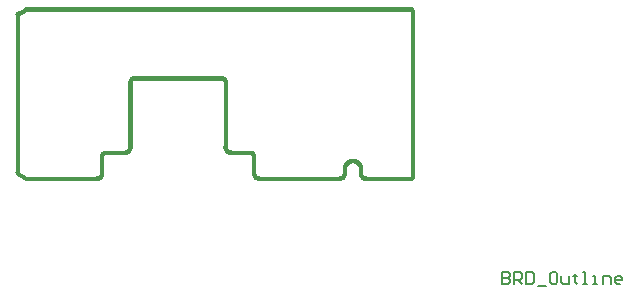
<source format=gbr>
G04 Layer_Color=7250688*
%FSLAX45Y45*%
%MOMM*%
%TF.FileFunction,Other,BRD_Outline*%
%TF.Part,Single*%
%TFFileComment,The blind Vias under BGA and Other Pads are Via-In-Pad (VIP)*%
G01*
G75*
%TA.AperFunction,NonConductor*%
%ADD39C,0.15000*%
%ADD145C,0.25400*%
D39*
X3599430Y-2022042D02*
Y-2122009D01*
X3649414D01*
X3666075Y-2105348D01*
Y-2088687D01*
X3649414Y-2072026D01*
X3599430D01*
X3649414D01*
X3666075Y-2055364D01*
Y-2038703D01*
X3649414Y-2022042D01*
X3599430D01*
X3699398Y-2122009D02*
Y-2022042D01*
X3749382D01*
X3766043Y-2038703D01*
Y-2072026D01*
X3749382Y-2088687D01*
X3699398D01*
X3732721D02*
X3766043Y-2122009D01*
X3799366Y-2022042D02*
Y-2122009D01*
X3849350D01*
X3866011Y-2105348D01*
Y-2038703D01*
X3849350Y-2022042D01*
X3799366D01*
X3899334Y-2138671D02*
X3965979D01*
X4049286Y-2022042D02*
X4015963D01*
X3999302Y-2038703D01*
Y-2105348D01*
X4015963Y-2122009D01*
X4049286D01*
X4065947Y-2105348D01*
Y-2038703D01*
X4049286Y-2022042D01*
X4099269Y-2055364D02*
Y-2105348D01*
X4115931Y-2122009D01*
X4165914D01*
Y-2055364D01*
X4215899Y-2038703D02*
Y-2055364D01*
X4199237D01*
X4232560D01*
X4215899D01*
Y-2105348D01*
X4232560Y-2122009D01*
X4282544D02*
X4315866D01*
X4299205D01*
Y-2022042D01*
X4282544D01*
X4365850Y-2122009D02*
X4399173D01*
X4382511D01*
Y-2055364D01*
X4365850D01*
X4449156Y-2122009D02*
Y-2055364D01*
X4499140D01*
X4515801Y-2072026D01*
Y-2122009D01*
X4599108D02*
X4565786D01*
X4549124Y-2105348D01*
Y-2072026D01*
X4565786Y-2055364D01*
X4599108D01*
X4615769Y-2072026D01*
Y-2088687D01*
X4549124D01*
D145*
X-436352Y-1231001D02*
G03*
X-430001Y-1232703I6352J11000D01*
G01*
X160000D02*
G03*
X161423Y-1232623I0J12703D01*
G01*
X-436391Y-1230979D02*
G03*
X-430001Y-1232703I6390J10978D01*
G01*
X160000D02*
G03*
X161423Y-1232623I0J12703D01*
G01*
X170324Y-1231619D02*
G03*
X173095Y-1230987I-1424J12623D01*
G01*
X170324Y-1231619D02*
G03*
X173095Y-1230987I-1424J12623D01*
G01*
X181550Y-1228028D02*
G03*
X184113Y-1226794I-4195J11990D01*
G01*
X191697Y-1222029D02*
G03*
X193920Y-1220255I-6758J10756D01*
G01*
X181550Y-1228028D02*
G03*
X184113Y-1226794I-4195J11990D01*
G01*
X191697Y-1222029D02*
G03*
X193964Y-1220212I-6758J10756D01*
G01*
X200254Y-1213921D02*
G03*
X202048Y-1211666I-8982J8982D01*
G01*
X200211Y-1213965D02*
G03*
X202028Y-1211697I-8939J9025D01*
G01*
X206774Y-1204144D02*
G03*
X208028Y-1201550I-10736J6790D01*
G01*
X206794Y-1204112D02*
G03*
X208041Y-1201510I-10756J6758D01*
G01*
X210972Y-1193137D02*
G03*
X211620Y-1190323I-11975J4236D01*
G01*
X210986Y-1193097D02*
G03*
X211620Y-1190323I-11989J4196D01*
G01*
X-512704Y-1179584D02*
G03*
X-506314Y-1190607I12703J0D01*
G01*
X-512704Y-1179584D02*
G03*
X-506353Y-1190585I12703J0D01*
G01*
X212622Y-1181421D02*
G03*
X212702Y-1179999I-12623J1422D01*
G01*
X212622Y-1181421D02*
G03*
X212702Y-1179999I-12623J1422D01*
G01*
X399999Y-1012703D02*
G03*
X401423Y-1012623I0J12703D01*
G01*
X399999Y-1012703D02*
G03*
X401411Y-1012624I0J12703D01*
G01*
D02*
G03*
X401435Y-1012621I-1411J12624D01*
G01*
X410324Y-1011619D02*
G03*
X413096Y-1010986I-1423J12623D01*
G01*
X1298564Y-1012621D02*
G03*
X1298588Y-1012624I1435J12621D01*
G01*
D02*
G03*
X1299999Y-1012703I1411J12624D01*
G01*
X1286902Y-1010986D02*
G03*
X1289663Y-1011617I4196J11990D01*
G01*
D02*
G03*
X1289687Y-1011620I1435J12621D01*
G01*
X421550Y-1008027D02*
G03*
X424112Y-1006794I-4196J11990D01*
G01*
X431697Y-1002028D02*
G03*
X433964Y-1000211I-6758J10756D01*
G01*
X1275886Y-1006794D02*
G03*
X1278448Y-1008027I6758J10756D01*
G01*
X1266078Y-1000255D02*
G03*
X1268302Y-1002028I8982J8982D01*
G01*
X410312Y-1011620D02*
G03*
X410336Y-1011617I-1411J12624D01*
G01*
D02*
G03*
X413096Y-1010986I-1435J12621D01*
G01*
X421550Y-1008027D02*
G03*
X424112Y-1006794I-4196J11990D01*
G01*
X431697Y-1002028D02*
G03*
X433921Y-1000255I-6758J10756D01*
G01*
X440255Y-993921D02*
G03*
X442028Y-991697I-8982J8982D01*
G01*
X440211Y-993964D02*
G03*
X442028Y-991697I-8939J9025D01*
G01*
X1257970D02*
G03*
X1259744Y-993921I10756J6758D01*
G01*
X1257970Y-991697D02*
G03*
X1259787Y-993964I10756J6758D01*
G01*
X1286902Y-1010986D02*
G03*
X1289675Y-1011619I4196J11990D01*
G01*
X1266035Y-1000211D02*
G03*
X1268302Y-1002028I9025J8939D01*
G01*
X1275886Y-1006794D02*
G03*
X1278448Y-1008027I6758J10756D01*
G01*
X446793Y-984114D02*
G03*
X448028Y-981551I-10756J6758D01*
G01*
X446793Y-984114D02*
G03*
X448028Y-981551I-10756J6758D01*
G01*
X450986Y-973096D02*
G03*
X451619Y-970322I-11990J4195D01*
G01*
X1251971Y-981551D02*
G03*
X1253205Y-984114I11990J4195D01*
G01*
X1251971Y-981551D02*
G03*
X1253205Y-984114I11990J4195D01*
G01*
X452622Y-961422D02*
G03*
X452702Y-960000I-12623J1422D01*
G01*
X450986Y-973096D02*
G03*
X451619Y-970322I-11990J4195D01*
G01*
X452622Y-961422D02*
G03*
X452702Y-960000I-12623J1422D01*
G01*
X-506351Y170586D02*
G03*
X-512703Y159585I6351J-11001D01*
G01*
X-506351Y170586D02*
G03*
X-512703Y159585I6351J-11001D01*
G01*
X-430001Y212702D02*
G03*
X-436352Y211000I0J-12703D01*
G01*
X-430001Y212702D02*
G03*
X-436352Y211000I0J-12703D01*
G01*
X1247297Y-960000D02*
G03*
X1247377Y-961422I12703J0D01*
G01*
X1248380Y-970322D02*
G03*
X1249012Y-973096I12623J1422D01*
G01*
X1248380Y-970322D02*
G03*
X1249012Y-973096I12623J1422D01*
G01*
X1247297Y-960000D02*
G03*
X1247377Y-961422I12703J0D01*
G01*
X1515886Y-1226794D02*
G03*
X1518448Y-1228028I6758J10756D01*
G01*
X1526903Y-1230987D02*
G03*
X1529675Y-1231619I4195J11990D01*
G01*
X1515886Y-1226794D02*
G03*
X1518448Y-1228028I6758J10756D01*
G01*
X1526903Y-1230987D02*
G03*
X1529675Y-1231619I4195J11990D01*
G01*
X1538575Y-1232623D02*
G03*
X1539999Y-1232703I1424J12623D01*
G01*
X1538575Y-1232623D02*
G03*
X1539999Y-1232703I1424J12623D01*
G01*
X1506076Y-1220255D02*
G03*
X1508302Y-1222029I8983J8981D01*
G01*
X1497971Y-1211697D02*
G03*
X1499744Y-1213921I10756J6758D01*
G01*
X2214999Y-1232703D02*
G03*
X2216422Y-1232623I0J12703D01*
G01*
X2214999Y-1232703D02*
G03*
X2216410Y-1232624I0J12703D01*
G01*
D02*
G03*
X2216434Y-1232622I-1411J12624D01*
G01*
X2225312Y-1231621D02*
G03*
X2225335Y-1231618I-1411J12624D01*
G01*
D02*
G03*
X2228096Y-1230986I-1435J12621D01*
G01*
X2225323Y-1231619D02*
G03*
X2228096Y-1230986I-1423J12623D01*
G01*
X2236550Y-1228028D02*
G03*
X2239112Y-1226794I-4196J11990D01*
G01*
X2236550Y-1228028D02*
G03*
X2239112Y-1226794I-4196J11990D01*
G01*
X2246696Y-1222029D02*
G03*
X2248921Y-1220255I-6758J10756D01*
G01*
X2246696Y-1222029D02*
G03*
X2248964Y-1220212I-6758J10756D01*
G01*
X1491971Y-1201550D02*
G03*
X1493225Y-1204144I11989J4196D01*
G01*
X1488379Y-1190323D02*
G03*
X1489026Y-1193137I12623J1422D01*
G01*
X1491957Y-1201510D02*
G03*
X1493205Y-1204112I12003J4156D01*
G01*
X1506076Y-1220255D02*
G03*
X1508302Y-1222029I8983J8981D01*
G01*
X1497951Y-1211666D02*
G03*
X1499744Y-1213921I10776J6726D01*
G01*
X1487296Y-1179999D02*
G03*
X1487376Y-1181421I12703J0D01*
G01*
X1487296Y-1179999D02*
G03*
X1487376Y-1181421I12703J0D01*
G01*
X1488379Y-1190323D02*
G03*
X1489013Y-1193097I12623J1422D01*
G01*
X2255211Y-1213965D02*
G03*
X2257028Y-1211697I-8939J9025D01*
G01*
X2255254Y-1213921D02*
G03*
X2257048Y-1211666I-8982J8982D01*
G01*
X2402971Y-1211697D02*
G03*
X2404744Y-1213921I10756J6758D01*
G01*
X2402951Y-1211666D02*
G03*
X2404744Y-1213921I10776J6726D01*
G01*
X2411076Y-1220255D02*
G03*
X2413301Y-1222029I8983J8981D01*
G01*
X2420886Y-1226794D02*
G03*
X2423448Y-1228028I6758J10756D01*
G01*
X2411076Y-1220255D02*
G03*
X2413301Y-1222029I8983J8981D01*
G01*
X2431903Y-1230987D02*
G03*
X2434675Y-1231619I4195J11990D01*
G01*
X2420886Y-1226794D02*
G03*
X2423448Y-1228028I6758J10756D01*
G01*
X2261794Y-1204112D02*
G03*
X2263023Y-1201565I-10756J6758D01*
G01*
D02*
G03*
X2263034Y-1201533I-11984J4211D01*
G01*
X2261774Y-1204144D02*
G03*
X2263028Y-1201549I-10736J6790D01*
G01*
X2396971Y-1201550D02*
G03*
X2398225Y-1204144I11989J4196D01*
G01*
X2431903Y-1230987D02*
G03*
X2434675Y-1231619I4195J11990D01*
G01*
X2443575Y-1232623D02*
G03*
X2444999Y-1232703I1424J12623D01*
G01*
X2443575Y-1232623D02*
G03*
X2444999Y-1232703I1424J12623D01*
G01*
X2829999D02*
G03*
X2842701Y-1220001I0J12703D01*
G01*
X2829999Y-1232703D02*
G03*
X2842701Y-1220001I0J12703D01*
G01*
X2265980Y-1193111D02*
G03*
X2265991Y-1193080I-11984J4211D01*
G01*
D02*
G03*
X2266619Y-1190323I-11995J4179D01*
G01*
X2265986Y-1193096D02*
G03*
X2266619Y-1190323I-11990J4195D01*
G01*
X2267622Y-1181421D02*
G03*
X2267701Y-1179999I-12623J1422D01*
G01*
X2392296D02*
G03*
X2392376Y-1181421I12703J0D01*
G01*
X2267622D02*
G03*
X2267701Y-1179999I-12623J1422D01*
G01*
X2392296D02*
G03*
X2392376Y-1181421I12703J0D01*
G01*
X2393379Y-1190323D02*
G03*
X2394026Y-1193137I12623J1422D01*
G01*
X2396957Y-1201510D02*
G03*
X2398205Y-1204112I12003J4156D01*
G01*
X2393379Y-1190323D02*
G03*
X2394012Y-1193097I12623J1422D01*
G01*
X1298576Y-1012623D02*
G03*
X1299999Y-1012703I1423J12623D01*
G01*
X2842702Y200000D02*
G03*
X2830000Y212702I-12703J0D01*
G01*
X2842702Y200000D02*
G03*
X2830000Y212702I-12703J0D01*
G01*
X-430001Y-1232703D02*
X160000D01*
X-506353Y-1190585D02*
X-506314Y-1190607D01*
X-436391Y-1230979D01*
X-436352Y-1231001D01*
X161423Y-1232623D02*
X170324Y-1231619D01*
X173095Y-1230987D02*
X181550Y-1228028D01*
X184113Y-1226794D02*
X191697Y-1222029D01*
X193920Y-1220255D02*
X193964Y-1220212D01*
X200211Y-1213965D01*
X200254Y-1213921D01*
X202028Y-1211697D02*
X202048Y-1211666D01*
X206774Y-1204144D01*
X206794Y-1204112D01*
X208028Y-1201550D02*
X208041Y-1201510D01*
X210972Y-1193137D01*
X210986Y-1193097D01*
X-512704Y-1179584D02*
X-512703Y159585D01*
X211620Y-1190323D02*
X212622Y-1181421D01*
X212702Y-1179999D02*
Y-1040714D01*
X213465Y-1033944D01*
X215478Y-1028190D01*
X218721Y-1023028D01*
X223029Y-1018720D01*
X228191Y-1015477D01*
X233943Y-1013464D01*
X240711Y-1012703D01*
X399999D01*
X1289663Y-1011617D02*
X1289675Y-1011619D01*
X1289687Y-1011620D01*
X1298564Y-1012621D01*
X1298576Y-1012623D01*
X1298588Y-1012624D01*
X401411D02*
X401423Y-1012623D01*
X401435Y-1012621D01*
X410312Y-1011620D01*
X410324Y-1011619D01*
X410336Y-1011617D01*
X413096Y-1010986D02*
X421550Y-1008027D01*
X424112Y-1006794D02*
X431697Y-1002028D01*
X1268302D02*
X1275886Y-1006794D01*
X1278448Y-1008027D02*
X1286902Y-1010986D01*
X433921Y-1000255D02*
X433964Y-1000211D01*
X440211Y-993964D01*
X440255Y-993921D01*
X1266035Y-1000211D02*
X1266078Y-1000255D01*
X1259787Y-993964D02*
X1266035Y-1000211D01*
X1259744Y-993921D02*
X1259787Y-993964D01*
X442028Y-991697D02*
X446793Y-984114D01*
X1253205D02*
X1257970Y-991697D01*
X448028Y-981551D02*
X450986Y-973096D01*
X451619Y-970322D02*
X452622Y-961422D01*
X452702Y-960000D02*
Y-410713D01*
X453464Y-403943D01*
X455478Y-398190D01*
X458720Y-393030D01*
X463030Y-388721D01*
X468190Y-385478D01*
X-506351Y170586D02*
X-436352Y211000D01*
X468190Y-385478D02*
X473944Y-383465D01*
X480713Y-382701D01*
X1247377Y-961422D02*
X1248380Y-970322D01*
X1249012Y-973096D02*
X1251971Y-981551D01*
X1246534Y-403943D02*
X1247297Y-410713D01*
Y-960000D02*
Y-410713D01*
X1241278Y-393029D02*
X1244521Y-398190D01*
X1246534Y-403943D01*
X1231809Y-385478D02*
X1236970Y-388721D01*
X1241278Y-393029D01*
X480713Y-382701D02*
X1219286D01*
X1226055Y-383465D01*
X1231809Y-385478D01*
X-430001Y212702D02*
X2830000D01*
X1508302Y-1222029D02*
X1515886Y-1226794D01*
X1518448Y-1228028D02*
X1526903Y-1230987D01*
X1529675Y-1231619D02*
X1538575Y-1232623D01*
X1539999Y-1232703D02*
X2214999D01*
X1499744Y-1213921D02*
X1506076Y-1220255D01*
X1497951Y-1211666D02*
X1497971Y-1211697D01*
X1493225Y-1204144D02*
X1497951Y-1211666D01*
X1493205Y-1204112D02*
X1493225Y-1204144D01*
X2216410Y-1232624D02*
X2216422Y-1232623D01*
X2216434Y-1232622D01*
X2225312Y-1231621D01*
X2225323Y-1231619D01*
X2225335Y-1231618D01*
X2228096Y-1230986D02*
X2236550Y-1228028D01*
X2239112Y-1226794D02*
X2246696Y-1222029D01*
X2248921Y-1220255D02*
X2248964Y-1220212D01*
X2255211Y-1213965D01*
X2255254Y-1213921D01*
X1491957Y-1201510D02*
X1491971Y-1201550D01*
X1489026Y-1193137D02*
X1491957Y-1201510D01*
X1489013Y-1193097D02*
X1489026Y-1193137D01*
X1487376Y-1181421D02*
X1488379Y-1190323D01*
X1487296Y-1179999D02*
Y-1040714D01*
X2404744Y-1213921D02*
X2411076Y-1220255D01*
X2413301Y-1222029D02*
X2420886Y-1226794D01*
X2423448Y-1228028D02*
X2431903Y-1230987D01*
X2257028Y-1211697D02*
X2257048Y-1211666D01*
X2261774Y-1204144D01*
X2261794Y-1204112D01*
X2263023Y-1201565D02*
X2263028Y-1201549D01*
X2263034Y-1201533D01*
X2265980Y-1193111D01*
X2265986Y-1193096D01*
X2265991Y-1193080D01*
X2402951Y-1211666D02*
X2402971Y-1211697D01*
X2398225Y-1204144D02*
X2402951Y-1211666D01*
X2398205Y-1204112D02*
X2398225Y-1204144D01*
X2396957Y-1201510D02*
X2396971Y-1201550D01*
X2394026Y-1193137D02*
X2396957Y-1201510D01*
X2394012Y-1193097D02*
X2394026Y-1193137D01*
X2434675Y-1231619D02*
X2443575Y-1232623D01*
X2444999Y-1232703D02*
X2829999D01*
X2266619Y-1190323D02*
X2267622Y-1181421D01*
X2392296Y-1179999D02*
Y-1145665D01*
X2267701Y-1179999D02*
Y-1145666D01*
X2269132Y-1132061D01*
X2390867Y-1132062D02*
X2392296Y-1145665D01*
X2269132Y-1132061D02*
X2273151Y-1119690D01*
X2386847Y-1119690D02*
X2390867Y-1132062D01*
X2392376Y-1181421D02*
X2393379Y-1190323D01*
X2842701Y-1220001D02*
X2842702Y200000D01*
X1486534Y-1033944D02*
X1487296Y-1040714D01*
X1484520Y-1028190D02*
X1486534Y-1033944D01*
X1476970Y-1018720D02*
X1481277Y-1023028D01*
X1484520Y-1028190D01*
X1466056Y-1013464D02*
X1471808Y-1015477D01*
X1476970Y-1018720D01*
X1299999Y-1012703D02*
X1459287D01*
X1466056Y-1013464D01*
X2273151Y-1119690D02*
X2279657Y-1108423D01*
X2288361Y-1098755D01*
X2371638D02*
X2380342Y-1108423D01*
X2288361Y-1098755D02*
X2298885Y-1091110D01*
X2361114D02*
X2371638Y-1098755D01*
X2298885Y-1091110D02*
X2310770Y-1085818D01*
X2323495Y-1083113D01*
X2349229Y-1085818D02*
X2361114Y-1091110D01*
X2323495Y-1083113D02*
X2336504D01*
X2349229Y-1085818D01*
X2380342Y-1108423D02*
X2386847Y-1119690D01*
X2404999Y-1179999D02*
Y-1144999D01*
Y-1179999D02*
X2406002Y-1188901D01*
X2408960Y-1197354D01*
X2413726Y-1204939D01*
X2420059Y-1211273D01*
X2427644Y-1216038D01*
X2436099Y-1218997D01*
X2444999Y-1220001D01*
X2829999D01*
X2830000Y200000D01*
X-430001D02*
X2830000D01*
X-500000Y159585D02*
X-430001Y200000D01*
X-500001Y-1179584D02*
X-500000Y159585D01*
X-500001Y-1179584D02*
X-430001Y-1220001D01*
X160000D01*
X168900Y-1218997D01*
X177355Y-1216038D01*
X184938Y-1211273D01*
X191272Y-1204939D01*
X196038Y-1197354D01*
X198997Y-1188901D01*
X200000Y-1179999D01*
Y-1040000D01*
X201002Y-1031100D01*
X203961Y-1022645D01*
X208726Y-1015059D01*
X215060Y-1008725D01*
X222644Y-1003960D01*
X231098Y-1001002D01*
X240000Y-1000000D01*
X399999D01*
X408900Y-998996D01*
X417355Y-996038D01*
X424939Y-991273D01*
X431273Y-984939D01*
X436038Y-977355D01*
X438996Y-968900D01*
X439999Y-960000D01*
Y-409999D01*
X441002Y-401099D01*
X443961Y-392643D01*
X448727Y-385060D01*
X455060Y-378726D01*
X462644Y-373961D01*
X471099Y-371003D01*
X479999Y-369999D01*
X1220000D01*
X1228901Y-371003D01*
X1237355Y-373961D01*
X1244939Y-378726D01*
X1251273Y-385060D01*
X1256038Y-392643D01*
X1258997Y-401099D01*
X1260000Y-409999D01*
Y-960000D02*
Y-409999D01*
Y-960000D02*
X1261002Y-968900D01*
X1263961Y-977355D01*
X1268726Y-984939D01*
X1275060Y-991273D01*
X1282644Y-996038D01*
X1291098Y-998996D01*
X1299999Y-1000000D01*
X1459999D01*
X1468900Y-1001002D01*
X1477354Y-1003960D01*
X1484939Y-1008725D01*
X1491273Y-1015059D01*
X1496038Y-1022645D01*
X1498996Y-1031100D01*
X1499999Y-1040000D01*
Y-1179999D02*
Y-1040000D01*
Y-1179999D02*
X1501002Y-1188901D01*
X1503960Y-1197354D01*
X1508726Y-1204939D01*
X1515059Y-1211273D01*
X1522644Y-1216038D01*
X1531099Y-1218997D01*
X1539999Y-1220001D01*
X2214999D01*
X2223900Y-1218997D01*
X2232354Y-1216038D01*
X2239939Y-1211273D01*
X2246272Y-1204939D01*
X2251038Y-1197354D01*
X2253996Y-1188901D01*
X2254999Y-1179999D01*
Y-1144999D01*
X2256639Y-1129406D01*
X2261483Y-1114495D01*
X2269323Y-1100915D01*
X2279815Y-1089264D01*
X2292499Y-1080049D01*
X2306823Y-1073670D01*
X2322159Y-1070411D01*
X2337839D01*
X2353176Y-1073670D01*
X2367499Y-1080049D01*
X2380184Y-1089264D01*
X2390675Y-1100915D01*
X2398515Y-1114495D01*
X2403360Y-1129406D01*
X2404999Y-1144999D01*
%TF.MD5,97cdcff90d6e8cf90904804d1d8e8e26*%
M02*

</source>
